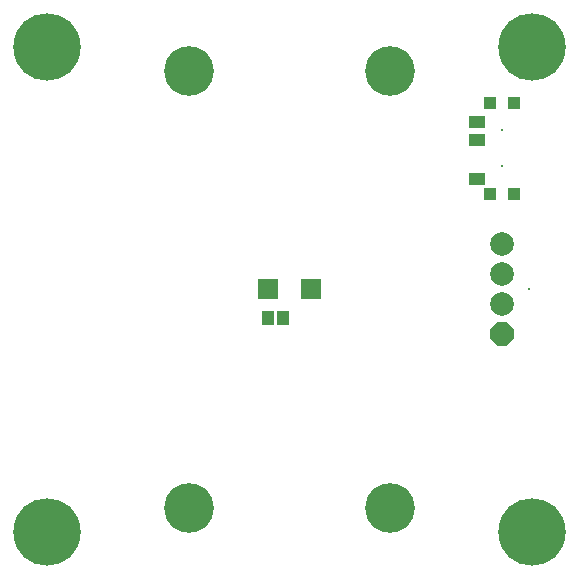
<source format=gts>
G04 Layer_Color=8388736*
%FSLAX44Y44*%
%MOMM*%
G71*
G01*
G75*
%ADD21R,1.4532X1.1032*%
%ADD22R,1.1032X1.0032*%
%ADD23R,1.7032X1.8032*%
%ADD24R,1.0532X1.1532*%
%ADD25C,0.2032*%
G04:AMPARAMS|DCode=26|XSize=0.2032mm|YSize=0.2032mm|CornerRadius=0mm|HoleSize=0mm|Usage=FLASHONLY|Rotation=90.000|XOffset=0mm|YOffset=0mm|HoleType=Round|Shape=RoundedRectangle|*
%AMROUNDEDRECTD26*
21,1,0.2032,0.2032,0,0,90.0*
21,1,0.2032,0.2032,0,0,90.0*
1,1,0.0000,0.1016,0.1016*
1,1,0.0000,0.1016,-0.1016*
1,1,0.0000,-0.1016,-0.1016*
1,1,0.0000,-0.1016,0.1016*
%
%ADD26ROUNDEDRECTD26*%
%ADD27P,2.1683X8X112.5*%
%ADD28C,2.0032*%
%ADD29C,5.7032*%
%ADD30C,4.2032*%
D21*
X408250Y343605D02*
D03*
Y376605D02*
D03*
Y391605D02*
D03*
D22*
X440000Y408105D02*
D03*
X420000D02*
D03*
X440000Y331105D02*
D03*
X420000D02*
D03*
D23*
X268000Y250000D02*
D03*
X232000D02*
D03*
D24*
X231500Y226000D02*
D03*
X244500D02*
D03*
D25*
X430000Y384605D02*
D03*
Y354605D02*
D03*
D26*
X452800Y250000D02*
D03*
D27*
X430000Y211900D02*
D03*
D28*
Y237300D02*
D03*
Y262700D02*
D03*
Y288100D02*
D03*
D29*
X455000Y45000D02*
D03*
X45000D02*
D03*
X455000Y455000D02*
D03*
X45000D02*
D03*
D30*
X165000Y435000D02*
D03*
X335000D02*
D03*
X165000Y65000D02*
D03*
X335000D02*
D03*
M02*

</source>
